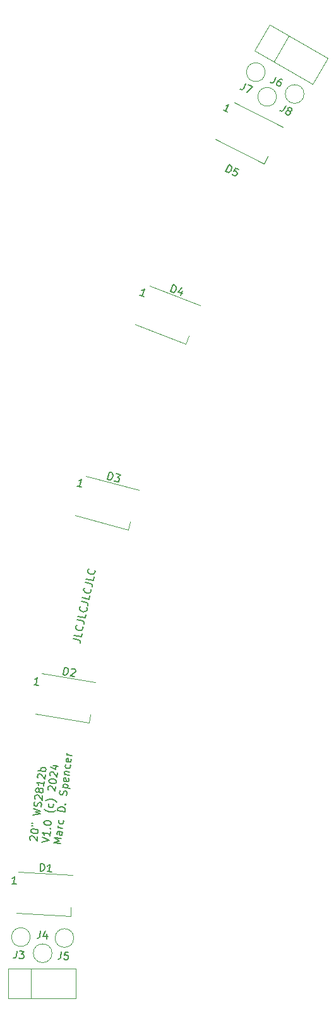
<source format=gbr>
%TF.GenerationSoftware,KiCad,Pcbnew,7.0.9*%
%TF.CreationDate,2023-12-31T20:51:38-05:00*%
%TF.ProjectId,RGB Clock,52474220-436c-46f6-936b-2e6b69636164,rev?*%
%TF.SameCoordinates,Original*%
%TF.FileFunction,Legend,Top*%
%TF.FilePolarity,Positive*%
%FSLAX46Y46*%
G04 Gerber Fmt 4.6, Leading zero omitted, Abs format (unit mm)*
G04 Created by KiCad (PCBNEW 7.0.9) date 2023-12-31 20:51:38*
%MOMM*%
%LPD*%
G01*
G04 APERTURE LIST*
%ADD10C,0.150000*%
%ADD11C,0.120000*%
G04 APERTURE END LIST*
D10*
X59983939Y-120060131D02*
X60682616Y-120208639D01*
X60682616Y-120208639D02*
X60812451Y-120284920D01*
X60812451Y-120284920D02*
X60885807Y-120397878D01*
X60885807Y-120397878D02*
X60902684Y-120547514D01*
X60902684Y-120547514D02*
X60882883Y-120640670D01*
X61160098Y-119336473D02*
X61061093Y-119802258D01*
X61061093Y-119802258D02*
X60082945Y-119594346D01*
X61255052Y-118431681D02*
X61291730Y-118488160D01*
X61291730Y-118488160D02*
X61308607Y-118637796D01*
X61308607Y-118637796D02*
X61288805Y-118730953D01*
X61288805Y-118730953D02*
X61212525Y-118860788D01*
X61212525Y-118860788D02*
X61099567Y-118934144D01*
X61099567Y-118934144D02*
X60996510Y-118960921D01*
X60996510Y-118960921D02*
X60800295Y-118967897D01*
X60800295Y-118967897D02*
X60660560Y-118938196D01*
X60660560Y-118938196D02*
X60484147Y-118852015D01*
X60484147Y-118852015D02*
X60400890Y-118785636D01*
X60400890Y-118785636D02*
X60327535Y-118672678D01*
X60327535Y-118672678D02*
X60310658Y-118523042D01*
X60310658Y-118523042D02*
X60330459Y-118429885D01*
X60330459Y-118429885D02*
X60406739Y-118300050D01*
X60406739Y-118300050D02*
X60463218Y-118263372D01*
X60518570Y-117544894D02*
X61217246Y-117693402D01*
X61217246Y-117693402D02*
X61347081Y-117769682D01*
X61347081Y-117769682D02*
X61420437Y-117882641D01*
X61420437Y-117882641D02*
X61437314Y-118032276D01*
X61437314Y-118032276D02*
X61417513Y-118125433D01*
X61694728Y-116821236D02*
X61595723Y-117287021D01*
X61595723Y-117287021D02*
X60617575Y-117079109D01*
X61789682Y-115916444D02*
X61826360Y-115972923D01*
X61826360Y-115972923D02*
X61843237Y-116122559D01*
X61843237Y-116122559D02*
X61823436Y-116215716D01*
X61823436Y-116215716D02*
X61747155Y-116345551D01*
X61747155Y-116345551D02*
X61634197Y-116418907D01*
X61634197Y-116418907D02*
X61531140Y-116445684D01*
X61531140Y-116445684D02*
X61334926Y-116452660D01*
X61334926Y-116452660D02*
X61195190Y-116422959D01*
X61195190Y-116422959D02*
X61018777Y-116336778D01*
X61018777Y-116336778D02*
X60935521Y-116270398D01*
X60935521Y-116270398D02*
X60862165Y-116157440D01*
X60862165Y-116157440D02*
X60845288Y-116007805D01*
X60845288Y-116007805D02*
X60865089Y-115914648D01*
X60865089Y-115914648D02*
X60941369Y-115784813D01*
X60941369Y-115784813D02*
X60997848Y-115748135D01*
X61053200Y-115029657D02*
X61751877Y-115178165D01*
X61751877Y-115178165D02*
X61881711Y-115254445D01*
X61881711Y-115254445D02*
X61955067Y-115367403D01*
X61955067Y-115367403D02*
X61971944Y-115517039D01*
X61971944Y-115517039D02*
X61952143Y-115610196D01*
X62229358Y-114305999D02*
X62130353Y-114771784D01*
X62130353Y-114771784D02*
X61152205Y-114563872D01*
X62324312Y-113401207D02*
X62360990Y-113457686D01*
X62360990Y-113457686D02*
X62377867Y-113607322D01*
X62377867Y-113607322D02*
X62358066Y-113700479D01*
X62358066Y-113700479D02*
X62281786Y-113830314D01*
X62281786Y-113830314D02*
X62168828Y-113903670D01*
X62168828Y-113903670D02*
X62065770Y-113930447D01*
X62065770Y-113930447D02*
X61869556Y-113937423D01*
X61869556Y-113937423D02*
X61729820Y-113907722D01*
X61729820Y-113907722D02*
X61553407Y-113821541D01*
X61553407Y-113821541D02*
X61470151Y-113755161D01*
X61470151Y-113755161D02*
X61396795Y-113642203D01*
X61396795Y-113642203D02*
X61379918Y-113492567D01*
X61379918Y-113492567D02*
X61399719Y-113399410D01*
X61399719Y-113399410D02*
X61475999Y-113269576D01*
X61475999Y-113269576D02*
X61532478Y-113232898D01*
X61587830Y-112514420D02*
X62286507Y-112662928D01*
X62286507Y-112662928D02*
X62416342Y-112739208D01*
X62416342Y-112739208D02*
X62489697Y-112852166D01*
X62489697Y-112852166D02*
X62506574Y-113001802D01*
X62506574Y-113001802D02*
X62486773Y-113094959D01*
X62763989Y-111790762D02*
X62664983Y-112256547D01*
X62664983Y-112256547D02*
X61686835Y-112048635D01*
X62858942Y-110885970D02*
X62895620Y-110942449D01*
X62895620Y-110942449D02*
X62912497Y-111092085D01*
X62912497Y-111092085D02*
X62892696Y-111185242D01*
X62892696Y-111185242D02*
X62816416Y-111315077D01*
X62816416Y-111315077D02*
X62703458Y-111388433D01*
X62703458Y-111388433D02*
X62600400Y-111415210D01*
X62600400Y-111415210D02*
X62404186Y-111422186D01*
X62404186Y-111422186D02*
X62264451Y-111392485D01*
X62264451Y-111392485D02*
X62088037Y-111306304D01*
X62088037Y-111306304D02*
X62004781Y-111239924D01*
X62004781Y-111239924D02*
X61931425Y-111126966D01*
X61931425Y-111126966D02*
X61914548Y-110977330D01*
X61914548Y-110977330D02*
X61934349Y-110884173D01*
X61934349Y-110884173D02*
X62010630Y-110754339D01*
X62010630Y-110754339D02*
X62067109Y-110717661D01*
X54232012Y-147022448D02*
X54190551Y-146969380D01*
X54190551Y-146969380D02*
X54154893Y-146869049D01*
X54154893Y-146869049D02*
X54183910Y-146632728D01*
X54183910Y-146632728D02*
X54242781Y-146544004D01*
X54242781Y-146544004D02*
X54295848Y-146502543D01*
X54295848Y-146502543D02*
X54396180Y-146466885D01*
X54396180Y-146466885D02*
X54490708Y-146478492D01*
X54490708Y-146478492D02*
X54626697Y-146543166D01*
X54626697Y-146543166D02*
X55124226Y-147179975D01*
X55124226Y-147179975D02*
X55199669Y-146565541D01*
X54282566Y-145829239D02*
X54294173Y-145734710D01*
X54294173Y-145734710D02*
X54353043Y-145645986D01*
X54353043Y-145645986D02*
X54406111Y-145604525D01*
X54406111Y-145604525D02*
X54506442Y-145568867D01*
X54506442Y-145568867D02*
X54701302Y-145544816D01*
X54701302Y-145544816D02*
X54937623Y-145573833D01*
X54937623Y-145573833D02*
X55120876Y-145644310D01*
X55120876Y-145644310D02*
X55209601Y-145703181D01*
X55209601Y-145703181D02*
X55251061Y-145756248D01*
X55251061Y-145756248D02*
X55286719Y-145856580D01*
X55286719Y-145856580D02*
X55275112Y-145951108D01*
X55275112Y-145951108D02*
X55216242Y-146039833D01*
X55216242Y-146039833D02*
X55163174Y-146081294D01*
X55163174Y-146081294D02*
X55062843Y-146116951D01*
X55062843Y-146116951D02*
X54867983Y-146141002D01*
X54867983Y-146141002D02*
X54631662Y-146111986D01*
X54631662Y-146111986D02*
X54448409Y-146041508D01*
X54448409Y-146041508D02*
X54359684Y-145982638D01*
X54359684Y-145982638D02*
X54318224Y-145929570D01*
X54318224Y-145929570D02*
X54282566Y-145829239D01*
X54369616Y-145120277D02*
X54558672Y-145143490D01*
X54416042Y-144742164D02*
X54605098Y-144765377D01*
X54549518Y-143655089D02*
X55571081Y-143540638D01*
X55571081Y-143540638D02*
X54885332Y-143264532D01*
X54885332Y-143264532D02*
X55617507Y-143162525D01*
X55617507Y-143162525D02*
X54653977Y-142804336D01*
X55639883Y-142589553D02*
X55704557Y-142453564D01*
X55704557Y-142453564D02*
X55733573Y-142217244D01*
X55733573Y-142217244D02*
X55697916Y-142116912D01*
X55697916Y-142116912D02*
X55656455Y-142063845D01*
X55656455Y-142063845D02*
X55567730Y-142004974D01*
X55567730Y-142004974D02*
X55473202Y-141993367D01*
X55473202Y-141993367D02*
X55372870Y-142029025D01*
X55372870Y-142029025D02*
X55319803Y-142070486D01*
X55319803Y-142070486D02*
X55260932Y-142159210D01*
X55260932Y-142159210D02*
X55190455Y-142342464D01*
X55190455Y-142342464D02*
X55131584Y-142431189D01*
X55131584Y-142431189D02*
X55078517Y-142472649D01*
X55078517Y-142472649D02*
X54978185Y-142508307D01*
X54978185Y-142508307D02*
X54883657Y-142496700D01*
X54883657Y-142496700D02*
X54794932Y-142437829D01*
X54794932Y-142437829D02*
X54753471Y-142384762D01*
X54753471Y-142384762D02*
X54717814Y-142284431D01*
X54717814Y-142284431D02*
X54746830Y-142048110D01*
X54746830Y-142048110D02*
X54811504Y-141912121D01*
X54905195Y-141539812D02*
X54863734Y-141486744D01*
X54863734Y-141486744D02*
X54828077Y-141386413D01*
X54828077Y-141386413D02*
X54857093Y-141150092D01*
X54857093Y-141150092D02*
X54915964Y-141061367D01*
X54915964Y-141061367D02*
X54969031Y-141019906D01*
X54969031Y-141019906D02*
X55069363Y-140984249D01*
X55069363Y-140984249D02*
X55163891Y-140995855D01*
X55163891Y-140995855D02*
X55299880Y-141060529D01*
X55299880Y-141060529D02*
X55797409Y-141697338D01*
X55797409Y-141697338D02*
X55872852Y-141082905D01*
X55375323Y-140446096D02*
X55316452Y-140534821D01*
X55316452Y-140534821D02*
X55263385Y-140576282D01*
X55263385Y-140576282D02*
X55163053Y-140611939D01*
X55163053Y-140611939D02*
X55115789Y-140606136D01*
X55115789Y-140606136D02*
X55027064Y-140547265D01*
X55027064Y-140547265D02*
X54985603Y-140494198D01*
X54985603Y-140494198D02*
X54949946Y-140393866D01*
X54949946Y-140393866D02*
X54973159Y-140204810D01*
X54973159Y-140204810D02*
X55032030Y-140116085D01*
X55032030Y-140116085D02*
X55085097Y-140074624D01*
X55085097Y-140074624D02*
X55185429Y-140038967D01*
X55185429Y-140038967D02*
X55232693Y-140044770D01*
X55232693Y-140044770D02*
X55321418Y-140103641D01*
X55321418Y-140103641D02*
X55362878Y-140156708D01*
X55362878Y-140156708D02*
X55398536Y-140257040D01*
X55398536Y-140257040D02*
X55375323Y-140446096D01*
X55375323Y-140446096D02*
X55410980Y-140546428D01*
X55410980Y-140546428D02*
X55452441Y-140599495D01*
X55452441Y-140599495D02*
X55541166Y-140658366D01*
X55541166Y-140658366D02*
X55730222Y-140681579D01*
X55730222Y-140681579D02*
X55830554Y-140645921D01*
X55830554Y-140645921D02*
X55883621Y-140604461D01*
X55883621Y-140604461D02*
X55942492Y-140515736D01*
X55942492Y-140515736D02*
X55965705Y-140326679D01*
X55965705Y-140326679D02*
X55930048Y-140226348D01*
X55930048Y-140226348D02*
X55888587Y-140173280D01*
X55888587Y-140173280D02*
X55799862Y-140114410D01*
X55799862Y-140114410D02*
X55610806Y-140091196D01*
X55610806Y-140091196D02*
X55510474Y-140126854D01*
X55510474Y-140126854D02*
X55457407Y-140168315D01*
X55457407Y-140168315D02*
X55398536Y-140257040D01*
X56104984Y-139192341D02*
X56035345Y-139759510D01*
X56070165Y-139475925D02*
X55077619Y-139354056D01*
X55077619Y-139354056D02*
X55207804Y-139465994D01*
X55207804Y-139465994D02*
X55290726Y-139572129D01*
X55290726Y-139572129D02*
X55326383Y-139672461D01*
X55253393Y-138703965D02*
X55211932Y-138650898D01*
X55211932Y-138650898D02*
X55176275Y-138550566D01*
X55176275Y-138550566D02*
X55205291Y-138314246D01*
X55205291Y-138314246D02*
X55264162Y-138225521D01*
X55264162Y-138225521D02*
X55317229Y-138184060D01*
X55317229Y-138184060D02*
X55417561Y-138148403D01*
X55417561Y-138148403D02*
X55512089Y-138160009D01*
X55512089Y-138160009D02*
X55648078Y-138224683D01*
X55648078Y-138224683D02*
X56145608Y-138861492D01*
X56145608Y-138861492D02*
X56221051Y-138247059D01*
X56273280Y-137821682D02*
X55280734Y-137699812D01*
X55658847Y-137746239D02*
X55623189Y-137645907D01*
X55623189Y-137645907D02*
X55646403Y-137456851D01*
X55646403Y-137456851D02*
X55705273Y-137368126D01*
X55705273Y-137368126D02*
X55758341Y-137326665D01*
X55758341Y-137326665D02*
X55858672Y-137291008D01*
X55858672Y-137291008D02*
X56142257Y-137325828D01*
X56142257Y-137325828D02*
X56230982Y-137384698D01*
X56230982Y-137384698D02*
X56272443Y-137437766D01*
X56272443Y-137437766D02*
X56308100Y-137538097D01*
X56308100Y-137538097D02*
X56284887Y-137727154D01*
X56284887Y-137727154D02*
X56226016Y-137815878D01*
X55723876Y-147301579D02*
X56757045Y-147092600D01*
X56757045Y-147092600D02*
X55805122Y-146639882D01*
X56902128Y-145910997D02*
X56832488Y-146478167D01*
X56867308Y-146194582D02*
X55874762Y-146072713D01*
X55874762Y-146072713D02*
X56004947Y-146184651D01*
X56004947Y-146184651D02*
X56087869Y-146290786D01*
X56087869Y-146290786D02*
X56123527Y-146391117D01*
X56859829Y-145474014D02*
X56912897Y-145432553D01*
X56912897Y-145432553D02*
X56954357Y-145485620D01*
X56954357Y-145485620D02*
X56901290Y-145527081D01*
X56901290Y-145527081D02*
X56859829Y-145474014D01*
X56859829Y-145474014D02*
X56954357Y-145485620D01*
X56043057Y-144702054D02*
X56054664Y-144607526D01*
X56054664Y-144607526D02*
X56113535Y-144518801D01*
X56113535Y-144518801D02*
X56166602Y-144477340D01*
X56166602Y-144477340D02*
X56266934Y-144441683D01*
X56266934Y-144441683D02*
X56461793Y-144417632D01*
X56461793Y-144417632D02*
X56698114Y-144446648D01*
X56698114Y-144446648D02*
X56881367Y-144517126D01*
X56881367Y-144517126D02*
X56970092Y-144575996D01*
X56970092Y-144575996D02*
X57011553Y-144629064D01*
X57011553Y-144629064D02*
X57047210Y-144729395D01*
X57047210Y-144729395D02*
X57035604Y-144823923D01*
X57035604Y-144823923D02*
X56976733Y-144912648D01*
X56976733Y-144912648D02*
X56923666Y-144954109D01*
X56923666Y-144954109D02*
X56823334Y-144989767D01*
X56823334Y-144989767D02*
X56628474Y-145013818D01*
X56628474Y-145013818D02*
X56392154Y-144984801D01*
X56392154Y-144984801D02*
X56208901Y-144914324D01*
X56208901Y-144914324D02*
X56120176Y-144855453D01*
X56120176Y-144855453D02*
X56078715Y-144802386D01*
X56078715Y-144802386D02*
X56043057Y-144702054D01*
X57634242Y-143074314D02*
X57581175Y-143115774D01*
X57581175Y-143115774D02*
X57427776Y-143192893D01*
X57427776Y-143192893D02*
X57327444Y-143228550D01*
X57327444Y-143228550D02*
X57179849Y-143258404D01*
X57179849Y-143258404D02*
X56937725Y-143276652D01*
X56937725Y-143276652D02*
X56748668Y-143253439D01*
X56748668Y-143253439D02*
X56518151Y-143177158D01*
X56518151Y-143177158D02*
X56382162Y-143112484D01*
X56382162Y-143112484D02*
X56293437Y-143053614D01*
X56293437Y-143053614D02*
X56163251Y-142941675D01*
X56163251Y-142941675D02*
X56121791Y-142888608D01*
X57307521Y-142218594D02*
X57343179Y-142318925D01*
X57343179Y-142318925D02*
X57319966Y-142507982D01*
X57319966Y-142507982D02*
X57261095Y-142596707D01*
X57261095Y-142596707D02*
X57208027Y-142638168D01*
X57208027Y-142638168D02*
X57107696Y-142673825D01*
X57107696Y-142673825D02*
X56824111Y-142639005D01*
X56824111Y-142639005D02*
X56735386Y-142580134D01*
X56735386Y-142580134D02*
X56693926Y-142527067D01*
X56693926Y-142527067D02*
X56658268Y-142426736D01*
X56658268Y-142426736D02*
X56681481Y-142237679D01*
X56681481Y-142237679D02*
X56740352Y-142148954D01*
X57773521Y-141939975D02*
X57732060Y-141886907D01*
X57732060Y-141886907D02*
X57601875Y-141774969D01*
X57601875Y-141774969D02*
X57513150Y-141716099D01*
X57513150Y-141716099D02*
X57377161Y-141651425D01*
X57377161Y-141651425D02*
X57146644Y-141575144D01*
X57146644Y-141575144D02*
X56957587Y-141551931D01*
X56957587Y-141551931D02*
X56715463Y-141570178D01*
X56715463Y-141570178D02*
X56567868Y-141600032D01*
X56567868Y-141600032D02*
X56467536Y-141635690D01*
X56467536Y-141635690D02*
X56314137Y-141712808D01*
X56314137Y-141712808D02*
X56261070Y-141754269D01*
X56677293Y-140318098D02*
X56635832Y-140265030D01*
X56635832Y-140265030D02*
X56600175Y-140164699D01*
X56600175Y-140164699D02*
X56629191Y-139928378D01*
X56629191Y-139928378D02*
X56688062Y-139839654D01*
X56688062Y-139839654D02*
X56741129Y-139798193D01*
X56741129Y-139798193D02*
X56841461Y-139762535D01*
X56841461Y-139762535D02*
X56935989Y-139774142D01*
X56935989Y-139774142D02*
X57071978Y-139838816D01*
X57071978Y-139838816D02*
X57569508Y-140475625D01*
X57569508Y-140475625D02*
X57644951Y-139861191D01*
X56727847Y-139124889D02*
X56739454Y-139030360D01*
X56739454Y-139030360D02*
X56798325Y-138941636D01*
X56798325Y-138941636D02*
X56851392Y-138900175D01*
X56851392Y-138900175D02*
X56951724Y-138864517D01*
X56951724Y-138864517D02*
X57146583Y-138840466D01*
X57146583Y-138840466D02*
X57382904Y-138869483D01*
X57382904Y-138869483D02*
X57566157Y-138939960D01*
X57566157Y-138939960D02*
X57654882Y-138998831D01*
X57654882Y-138998831D02*
X57696343Y-139051898D01*
X57696343Y-139051898D02*
X57732000Y-139152230D01*
X57732000Y-139152230D02*
X57720393Y-139246758D01*
X57720393Y-139246758D02*
X57661523Y-139335483D01*
X57661523Y-139335483D02*
X57608455Y-139376944D01*
X57608455Y-139376944D02*
X57508124Y-139412601D01*
X57508124Y-139412601D02*
X57313264Y-139436652D01*
X57313264Y-139436652D02*
X57076944Y-139407636D01*
X57076944Y-139407636D02*
X56893690Y-139337158D01*
X56893690Y-139337158D02*
X56804966Y-139278288D01*
X56804966Y-139278288D02*
X56763505Y-139225220D01*
X56763505Y-139225220D02*
X56727847Y-139124889D01*
X56909425Y-138427534D02*
X56867964Y-138374466D01*
X56867964Y-138374466D02*
X56832307Y-138274135D01*
X56832307Y-138274135D02*
X56861323Y-138037814D01*
X56861323Y-138037814D02*
X56920194Y-137949089D01*
X56920194Y-137949089D02*
X56973261Y-137907629D01*
X56973261Y-137907629D02*
X57073593Y-137871971D01*
X57073593Y-137871971D02*
X57168121Y-137883578D01*
X57168121Y-137883578D02*
X57304110Y-137948252D01*
X57304110Y-137948252D02*
X57801640Y-138585061D01*
X57801640Y-138585061D02*
X57877083Y-137970627D01*
X57319845Y-137038627D02*
X57981542Y-137119873D01*
X56912715Y-137228521D02*
X57592660Y-137551891D01*
X57592660Y-137551891D02*
X57668103Y-136937458D01*
X58331831Y-147477866D02*
X57339285Y-147355997D01*
X57339285Y-147355997D02*
X58088869Y-147112198D01*
X58088869Y-147112198D02*
X57420531Y-146694300D01*
X57420531Y-146694300D02*
X58413077Y-146816169D01*
X58523340Y-145918151D02*
X58003435Y-145854315D01*
X58003435Y-145854315D02*
X57903103Y-145889972D01*
X57903103Y-145889972D02*
X57844233Y-145978697D01*
X57844233Y-145978697D02*
X57821019Y-146167754D01*
X57821019Y-146167754D02*
X57856677Y-146268085D01*
X58476076Y-145912348D02*
X58511733Y-146012679D01*
X58511733Y-146012679D02*
X58482717Y-146249000D01*
X58482717Y-146249000D02*
X58423846Y-146337725D01*
X58423846Y-146337725D02*
X58323515Y-146373382D01*
X58323515Y-146373382D02*
X58228986Y-146361776D01*
X58228986Y-146361776D02*
X58140261Y-146302905D01*
X58140261Y-146302905D02*
X58104604Y-146202574D01*
X58104604Y-146202574D02*
X58133620Y-145966253D01*
X58133620Y-145966253D02*
X58097963Y-145865922D01*
X58581373Y-145445510D02*
X57919676Y-145364264D01*
X58108732Y-145387477D02*
X58020007Y-145328606D01*
X58020007Y-145328606D02*
X57978546Y-145275539D01*
X57978546Y-145275539D02*
X57942889Y-145175207D01*
X57942889Y-145175207D02*
X57954495Y-145080679D01*
X58661782Y-144399896D02*
X58697439Y-144500228D01*
X58697439Y-144500228D02*
X58674226Y-144689284D01*
X58674226Y-144689284D02*
X58615355Y-144778009D01*
X58615355Y-144778009D02*
X58562288Y-144819470D01*
X58562288Y-144819470D02*
X58461956Y-144855127D01*
X58461956Y-144855127D02*
X58178372Y-144820308D01*
X58178372Y-144820308D02*
X58089647Y-144761437D01*
X58089647Y-144761437D02*
X58048186Y-144708369D01*
X58048186Y-144708369D02*
X58012528Y-144608038D01*
X58012528Y-144608038D02*
X58035742Y-144418981D01*
X58035742Y-144418981D02*
X58094612Y-144330257D01*
X58854128Y-143224097D02*
X57861582Y-143102227D01*
X57861582Y-143102227D02*
X57890599Y-142865907D01*
X57890599Y-142865907D02*
X57955273Y-142729918D01*
X57955273Y-142729918D02*
X58061407Y-142646996D01*
X58061407Y-142646996D02*
X58161739Y-142611339D01*
X58161739Y-142611339D02*
X58356599Y-142587288D01*
X58356599Y-142587288D02*
X58498391Y-142604698D01*
X58498391Y-142604698D02*
X58681644Y-142675175D01*
X58681644Y-142675175D02*
X58770369Y-142734046D01*
X58770369Y-142734046D02*
X58853291Y-142840180D01*
X58853291Y-142840180D02*
X58883145Y-142987776D01*
X58883145Y-142987776D02*
X58854128Y-143224097D01*
X58881469Y-142219944D02*
X58934537Y-142178483D01*
X58934537Y-142178483D02*
X58975998Y-142231550D01*
X58975998Y-142231550D02*
X58922930Y-142273011D01*
X58922930Y-142273011D02*
X58881469Y-142219944D01*
X58881469Y-142219944D02*
X58975998Y-142231550D01*
X59073816Y-141044145D02*
X59138490Y-140908156D01*
X59138490Y-140908156D02*
X59167507Y-140671835D01*
X59167507Y-140671835D02*
X59131849Y-140571504D01*
X59131849Y-140571504D02*
X59090388Y-140518436D01*
X59090388Y-140518436D02*
X59001663Y-140459566D01*
X59001663Y-140459566D02*
X58907135Y-140447959D01*
X58907135Y-140447959D02*
X58806804Y-140483617D01*
X58806804Y-140483617D02*
X58753736Y-140525077D01*
X58753736Y-140525077D02*
X58694865Y-140613802D01*
X58694865Y-140613802D02*
X58624388Y-140797055D01*
X58624388Y-140797055D02*
X58565517Y-140885780D01*
X58565517Y-140885780D02*
X58512450Y-140927241D01*
X58512450Y-140927241D02*
X58412119Y-140962899D01*
X58412119Y-140962899D02*
X58317590Y-140951292D01*
X58317590Y-140951292D02*
X58228865Y-140892421D01*
X58228865Y-140892421D02*
X58187405Y-140839354D01*
X58187405Y-140839354D02*
X58151747Y-140739022D01*
X58151747Y-140739022D02*
X58180764Y-140502702D01*
X58180764Y-140502702D02*
X58245438Y-140366713D01*
X58581252Y-139976156D02*
X59573798Y-140098025D01*
X58628516Y-139981959D02*
X58592859Y-139881627D01*
X58592859Y-139881627D02*
X58616072Y-139692571D01*
X58616072Y-139692571D02*
X58674943Y-139603846D01*
X58674943Y-139603846D02*
X58728010Y-139562385D01*
X58728010Y-139562385D02*
X58828341Y-139526728D01*
X58828341Y-139526728D02*
X59111926Y-139561548D01*
X59111926Y-139561548D02*
X59200651Y-139620418D01*
X59200651Y-139620418D02*
X59242112Y-139673486D01*
X59242112Y-139673486D02*
X59277769Y-139773817D01*
X59277769Y-139773817D02*
X59254556Y-139962874D01*
X59254556Y-139962874D02*
X59195685Y-140051599D01*
X59352375Y-138775468D02*
X59388032Y-138875799D01*
X59388032Y-138875799D02*
X59364819Y-139064856D01*
X59364819Y-139064856D02*
X59305948Y-139153581D01*
X59305948Y-139153581D02*
X59205617Y-139189238D01*
X59205617Y-139189238D02*
X58827504Y-139142812D01*
X58827504Y-139142812D02*
X58738779Y-139083941D01*
X58738779Y-139083941D02*
X58703121Y-138983609D01*
X58703121Y-138983609D02*
X58726335Y-138794553D01*
X58726335Y-138794553D02*
X58785205Y-138705828D01*
X58785205Y-138705828D02*
X58885537Y-138670171D01*
X58885537Y-138670171D02*
X58980065Y-138681777D01*
X58980065Y-138681777D02*
X59016560Y-139166025D01*
X58795974Y-138227384D02*
X59457672Y-138308630D01*
X58890502Y-138238990D02*
X58849042Y-138185923D01*
X58849042Y-138185923D02*
X58813384Y-138085591D01*
X58813384Y-138085591D02*
X58830794Y-137943799D01*
X58830794Y-137943799D02*
X58889665Y-137855074D01*
X58889665Y-137855074D02*
X58989996Y-137819417D01*
X58989996Y-137819417D02*
X59509901Y-137883253D01*
X59572900Y-136979432D02*
X59608558Y-137079763D01*
X59608558Y-137079763D02*
X59585344Y-137268820D01*
X59585344Y-137268820D02*
X59526474Y-137357544D01*
X59526474Y-137357544D02*
X59473406Y-137399005D01*
X59473406Y-137399005D02*
X59373075Y-137434663D01*
X59373075Y-137434663D02*
X59089490Y-137399843D01*
X59089490Y-137399843D02*
X59000765Y-137340972D01*
X59000765Y-137340972D02*
X58959304Y-137287905D01*
X58959304Y-137287905D02*
X58923647Y-137187573D01*
X58923647Y-137187573D02*
X58946860Y-136998517D01*
X58946860Y-136998517D02*
X59005731Y-136909792D01*
X59671556Y-136175942D02*
X59707214Y-136276273D01*
X59707214Y-136276273D02*
X59684000Y-136465330D01*
X59684000Y-136465330D02*
X59625130Y-136554055D01*
X59625130Y-136554055D02*
X59524798Y-136589712D01*
X59524798Y-136589712D02*
X59146685Y-136543286D01*
X59146685Y-136543286D02*
X59057961Y-136484415D01*
X59057961Y-136484415D02*
X59022303Y-136384083D01*
X59022303Y-136384083D02*
X59045516Y-136195027D01*
X59045516Y-136195027D02*
X59104387Y-136106302D01*
X59104387Y-136106302D02*
X59204718Y-136070645D01*
X59204718Y-136070645D02*
X59299247Y-136082251D01*
X59299247Y-136082251D02*
X59335742Y-136566499D01*
X59776853Y-135709104D02*
X59115156Y-135627858D01*
X59304212Y-135651071D02*
X59215487Y-135592200D01*
X59215487Y-135592200D02*
X59174027Y-135539133D01*
X59174027Y-135539133D02*
X59138369Y-135438801D01*
X59138369Y-135438801D02*
X59149976Y-135344273D01*
X73046224Y-73600569D02*
X73404592Y-72666989D01*
X73404592Y-72666989D02*
X73626873Y-72752314D01*
X73626873Y-72752314D02*
X73743177Y-72847966D01*
X73743177Y-72847966D02*
X73797959Y-72971009D01*
X73797959Y-72971009D02*
X73808285Y-73076986D01*
X73808285Y-73076986D02*
X73784480Y-73271876D01*
X73784480Y-73271876D02*
X73733285Y-73405245D01*
X73733285Y-73405245D02*
X73620568Y-73566005D01*
X73620568Y-73566005D02*
X73541982Y-73637852D01*
X73541982Y-73637852D02*
X73418939Y-73692634D01*
X73418939Y-73692634D02*
X73268505Y-73685895D01*
X73268505Y-73685895D02*
X73046224Y-73600569D01*
X74618822Y-73490136D02*
X74379910Y-74112523D01*
X74533062Y-73049161D02*
X74054804Y-73630678D01*
X74054804Y-73630678D02*
X74632735Y-73852525D01*
X69446775Y-74254045D02*
X68913300Y-74049263D01*
X69180037Y-74151654D02*
X69538405Y-73218073D01*
X69538405Y-73218073D02*
X69398297Y-73317312D01*
X69398297Y-73317312D02*
X69275255Y-73372094D01*
X69275255Y-73372094D02*
X69169277Y-73382420D01*
X55549286Y-151175563D02*
X55601622Y-150176934D01*
X55601622Y-150176934D02*
X55839391Y-150189395D01*
X55839391Y-150189395D02*
X55979560Y-150244425D01*
X55979560Y-150244425D02*
X56069683Y-150344517D01*
X56069683Y-150344517D02*
X56112253Y-150442117D01*
X56112253Y-150442117D02*
X56149838Y-150634824D01*
X56149838Y-150634824D02*
X56142361Y-150777486D01*
X56142361Y-150777486D02*
X56084838Y-150965208D01*
X56084838Y-150965208D02*
X56032300Y-151057824D01*
X56032300Y-151057824D02*
X55932208Y-151147947D01*
X55932208Y-151147947D02*
X55787055Y-151188024D01*
X55787055Y-151188024D02*
X55549286Y-151175563D01*
X57071007Y-151255313D02*
X56500362Y-151225407D01*
X56785684Y-151240360D02*
X56838020Y-150241731D01*
X56838020Y-150241731D02*
X56735436Y-150379408D01*
X56735436Y-150379408D02*
X56635344Y-150469531D01*
X56635344Y-150469531D02*
X56537744Y-150512100D01*
X52327941Y-152909347D02*
X51757296Y-152879441D01*
X52042619Y-152894394D02*
X52094955Y-151895765D01*
X52094955Y-151895765D02*
X51992370Y-152033442D01*
X51992370Y-152033442D02*
X51892278Y-152123565D01*
X51892278Y-152123565D02*
X51794679Y-152166134D01*
X55590468Y-159196346D02*
X55534426Y-159908430D01*
X55534426Y-159908430D02*
X55475745Y-160047111D01*
X55475745Y-160047111D02*
X55373328Y-160134583D01*
X55373328Y-160134583D02*
X55227175Y-160170847D01*
X55227175Y-160170847D02*
X55132231Y-160163374D01*
X56466288Y-159599639D02*
X56413982Y-160264250D01*
X56258816Y-159201180D02*
X55965412Y-159894583D01*
X55965412Y-159894583D02*
X56582552Y-159943153D01*
X58384468Y-161990346D02*
X58328426Y-162702430D01*
X58328426Y-162702430D02*
X58269745Y-162841111D01*
X58269745Y-162841111D02*
X58167328Y-162928583D01*
X58167328Y-162928583D02*
X58021175Y-162964847D01*
X58021175Y-162964847D02*
X57926231Y-162957374D01*
X59333913Y-162065069D02*
X58859191Y-162027708D01*
X58859191Y-162027708D02*
X58774357Y-162498694D01*
X58774357Y-162498694D02*
X58825565Y-162454958D01*
X58825565Y-162454958D02*
X58924246Y-162414958D01*
X58924246Y-162414958D02*
X59161607Y-162433639D01*
X59161607Y-162433639D02*
X59252816Y-162488583D01*
X59252816Y-162488583D02*
X59296552Y-162539792D01*
X59296552Y-162539792D02*
X59336552Y-162638472D01*
X59336552Y-162638472D02*
X59317871Y-162875834D01*
X59317871Y-162875834D02*
X59262927Y-162967042D01*
X59262927Y-162967042D02*
X59211718Y-163010778D01*
X59211718Y-163010778D02*
X59113037Y-163050778D01*
X59113037Y-163050778D02*
X58875676Y-163032097D01*
X58875676Y-163032097D02*
X58784468Y-162977153D01*
X58784468Y-162977153D02*
X58740732Y-162925944D01*
X58675364Y-124892847D02*
X58831798Y-123905158D01*
X58831798Y-123905158D02*
X59066962Y-123942404D01*
X59066962Y-123942404D02*
X59200611Y-124011785D01*
X59200611Y-124011785D02*
X59279778Y-124120749D01*
X59279778Y-124120749D02*
X59311912Y-124222264D01*
X59311912Y-124222264D02*
X59329148Y-124417844D01*
X59329148Y-124417844D02*
X59306800Y-124558943D01*
X59306800Y-124558943D02*
X59229970Y-124739624D01*
X59229970Y-124739624D02*
X59168039Y-124826241D01*
X59168039Y-124826241D02*
X59059075Y-124905408D01*
X59059075Y-124905408D02*
X58910527Y-124930093D01*
X58910527Y-124930093D02*
X58675364Y-124892847D01*
X59757555Y-124148209D02*
X59812037Y-124108625D01*
X59812037Y-124108625D02*
X59913552Y-124076491D01*
X59913552Y-124076491D02*
X60148716Y-124113737D01*
X60148716Y-124113737D02*
X60235332Y-124175669D01*
X60235332Y-124175669D02*
X60274916Y-124230151D01*
X60274916Y-124230151D02*
X60307050Y-124331666D01*
X60307050Y-124331666D02*
X60292151Y-124425731D01*
X60292151Y-124425731D02*
X60222771Y-124559380D01*
X60222771Y-124559380D02*
X59568986Y-125034382D01*
X59568986Y-125034382D02*
X60180412Y-125131223D01*
X55290436Y-126280411D02*
X54726043Y-126191019D01*
X55008240Y-126235715D02*
X55164674Y-125248027D01*
X55164674Y-125248027D02*
X55048261Y-125374227D01*
X55048261Y-125374227D02*
X54939297Y-125453394D01*
X54939297Y-125453394D02*
X54837782Y-125485528D01*
X80415869Y-57474158D02*
X80869859Y-56583152D01*
X80869859Y-56583152D02*
X81082004Y-56691245D01*
X81082004Y-56691245D02*
X81187672Y-56798529D01*
X81187672Y-56798529D02*
X81229292Y-56926624D01*
X81229292Y-56926624D02*
X81228484Y-57033101D01*
X81228484Y-57033101D02*
X81184438Y-57224435D01*
X81184438Y-57224435D02*
X81119583Y-57351721D01*
X81119583Y-57351721D02*
X80990679Y-57499818D01*
X80990679Y-57499818D02*
X80905013Y-57563058D01*
X80905013Y-57563058D02*
X80776918Y-57604678D01*
X80776918Y-57604678D02*
X80628013Y-57582251D01*
X80628013Y-57582251D02*
X80415869Y-57474158D01*
X82185155Y-57253328D02*
X81760866Y-57037142D01*
X81760866Y-57037142D02*
X81502251Y-57439812D01*
X81502251Y-57439812D02*
X81566298Y-57419002D01*
X81566298Y-57419002D02*
X81672775Y-57419810D01*
X81672775Y-57419810D02*
X81884919Y-57527903D01*
X81884919Y-57527903D02*
X81948158Y-57613570D01*
X81948158Y-57613570D02*
X81968969Y-57677617D01*
X81968969Y-57677617D02*
X81968160Y-57784093D01*
X81968160Y-57784093D02*
X81860067Y-57996238D01*
X81860067Y-57996238D02*
X81774401Y-58059477D01*
X81774401Y-58059477D02*
X81710354Y-58080287D01*
X81710354Y-58080287D02*
X81603877Y-58079479D01*
X81603877Y-58079479D02*
X81391733Y-57971386D01*
X81391733Y-57971386D02*
X81328494Y-57885720D01*
X81328494Y-57885720D02*
X81307684Y-57821672D01*
X80642798Y-49549287D02*
X80133651Y-49289864D01*
X80388224Y-49419575D02*
X80842215Y-48528569D01*
X80842215Y-48528569D02*
X80692501Y-48612618D01*
X80692501Y-48612618D02*
X80564406Y-48654239D01*
X80564406Y-48654239D02*
X80457930Y-48653431D01*
X88480630Y-48638143D02*
X88145294Y-49268820D01*
X88145294Y-49268820D02*
X88036181Y-49372599D01*
X88036181Y-49372599D02*
X87907379Y-49411978D01*
X87907379Y-49411978D02*
X87758888Y-49386956D01*
X87758888Y-49386956D02*
X87674798Y-49342244D01*
X88826015Y-49307174D02*
X88764281Y-49220417D01*
X88764281Y-49220417D02*
X88744591Y-49156017D01*
X88744591Y-49156017D02*
X88747258Y-49049571D01*
X88747258Y-49049571D02*
X88769614Y-49007525D01*
X88769614Y-49007525D02*
X88856370Y-48945791D01*
X88856370Y-48945791D02*
X88920771Y-48926102D01*
X88920771Y-48926102D02*
X89027217Y-48928768D01*
X89027217Y-48928768D02*
X89195398Y-49018191D01*
X89195398Y-49018191D02*
X89257132Y-49104948D01*
X89257132Y-49104948D02*
X89276822Y-49169349D01*
X89276822Y-49169349D02*
X89274155Y-49275795D01*
X89274155Y-49275795D02*
X89251799Y-49317840D01*
X89251799Y-49317840D02*
X89165043Y-49379574D01*
X89165043Y-49379574D02*
X89100642Y-49399264D01*
X89100642Y-49399264D02*
X88994196Y-49396597D01*
X88994196Y-49396597D02*
X88826015Y-49307174D01*
X88826015Y-49307174D02*
X88719569Y-49304508D01*
X88719569Y-49304508D02*
X88655168Y-49324197D01*
X88655168Y-49324197D02*
X88568412Y-49385932D01*
X88568412Y-49385932D02*
X88478988Y-49554112D01*
X88478988Y-49554112D02*
X88476322Y-49660558D01*
X88476322Y-49660558D02*
X88496011Y-49724959D01*
X88496011Y-49724959D02*
X88557746Y-49811716D01*
X88557746Y-49811716D02*
X88725926Y-49901139D01*
X88725926Y-49901139D02*
X88832372Y-49903805D01*
X88832372Y-49903805D02*
X88896773Y-49884116D01*
X88896773Y-49884116D02*
X88983530Y-49822381D01*
X88983530Y-49822381D02*
X89072953Y-49654201D01*
X89072953Y-49654201D02*
X89075619Y-49547755D01*
X89075619Y-49547755D02*
X89055930Y-49483354D01*
X89055930Y-49483354D02*
X88994196Y-49396597D01*
X87177301Y-44831025D02*
X86875431Y-45478388D01*
X86875431Y-45478388D02*
X86771899Y-45587736D01*
X86771899Y-45587736D02*
X86645335Y-45633801D01*
X86645335Y-45633801D02*
X86495738Y-45616585D01*
X86495738Y-45616585D02*
X86409423Y-45576335D01*
X87997294Y-45213394D02*
X87824664Y-45132895D01*
X87824664Y-45132895D02*
X87718224Y-45135803D01*
X87718224Y-45135803D02*
X87654942Y-45158836D01*
X87654942Y-45158836D02*
X87508253Y-45248059D01*
X87508253Y-45248059D02*
X87384597Y-45400565D01*
X87384597Y-45400565D02*
X87223599Y-45745825D01*
X87223599Y-45745825D02*
X87226508Y-45852265D01*
X87226508Y-45852265D02*
X87249540Y-45915547D01*
X87249540Y-45915547D02*
X87315731Y-45998954D01*
X87315731Y-45998954D02*
X87488361Y-46079452D01*
X87488361Y-46079452D02*
X87594801Y-46076544D01*
X87594801Y-46076544D02*
X87658083Y-46053511D01*
X87658083Y-46053511D02*
X87741490Y-45987321D01*
X87741490Y-45987321D02*
X87842113Y-45771533D01*
X87842113Y-45771533D02*
X87839205Y-45665094D01*
X87839205Y-45665094D02*
X87816172Y-45601812D01*
X87816172Y-45601812D02*
X87749982Y-45518405D01*
X87749982Y-45518405D02*
X87577352Y-45437906D01*
X87577352Y-45437906D02*
X87470912Y-45440814D01*
X87470912Y-45440814D02*
X87407630Y-45463847D01*
X87407630Y-45463847D02*
X87324223Y-45530037D01*
X83113300Y-45720025D02*
X82811430Y-46367388D01*
X82811430Y-46367388D02*
X82707898Y-46476736D01*
X82707898Y-46476736D02*
X82581334Y-46522801D01*
X82581334Y-46522801D02*
X82431737Y-46505585D01*
X82431737Y-46505585D02*
X82345422Y-46465335D01*
X83458561Y-45881022D02*
X84062766Y-46162768D01*
X84062766Y-46162768D02*
X83251730Y-46887954D01*
X64591206Y-98721548D02*
X64850025Y-97755622D01*
X64850025Y-97755622D02*
X65080007Y-97817246D01*
X65080007Y-97817246D02*
X65205672Y-97900216D01*
X65205672Y-97900216D02*
X65273015Y-98016859D01*
X65273015Y-98016859D02*
X65294362Y-98121176D01*
X65294362Y-98121176D02*
X65291060Y-98317487D01*
X65291060Y-98317487D02*
X65254086Y-98455476D01*
X65254086Y-98455476D02*
X65158791Y-98627138D01*
X65158791Y-98627138D02*
X65088145Y-98706806D01*
X65088145Y-98706806D02*
X64971502Y-98774149D01*
X64971502Y-98774149D02*
X64821188Y-98783172D01*
X64821188Y-98783172D02*
X64591206Y-98721548D01*
X65723958Y-97989792D02*
X66321912Y-98150013D01*
X66321912Y-98150013D02*
X65901339Y-98431712D01*
X65901339Y-98431712D02*
X66039328Y-98468686D01*
X66039328Y-98468686D02*
X66118997Y-98539332D01*
X66118997Y-98539332D02*
X66152668Y-98597653D01*
X66152668Y-98597653D02*
X66174015Y-98701971D01*
X66174015Y-98701971D02*
X66112392Y-98931953D01*
X66112392Y-98931953D02*
X66041746Y-99011621D01*
X66041746Y-99011621D02*
X65983425Y-99045293D01*
X65983425Y-99045293D02*
X65879107Y-99066640D01*
X65879107Y-99066640D02*
X65603128Y-98992692D01*
X65603128Y-98992692D02*
X65523460Y-98922046D01*
X65523460Y-98922046D02*
X65489788Y-98863725D01*
X61079781Y-99747689D02*
X60527823Y-99599793D01*
X60803802Y-99673741D02*
X61062621Y-98707815D01*
X61062621Y-98707815D02*
X60933654Y-98821155D01*
X60933654Y-98821155D02*
X60817012Y-98888499D01*
X60817012Y-98888499D02*
X60712694Y-98909846D01*
X52415468Y-161863346D02*
X52359426Y-162575430D01*
X52359426Y-162575430D02*
X52300745Y-162714111D01*
X52300745Y-162714111D02*
X52198328Y-162801583D01*
X52198328Y-162801583D02*
X52052175Y-162837847D01*
X52052175Y-162837847D02*
X51957231Y-162830374D01*
X52795246Y-161893235D02*
X53412386Y-161941805D01*
X53412386Y-161941805D02*
X53050191Y-162295430D01*
X53050191Y-162295430D02*
X53192607Y-162306639D01*
X53192607Y-162306639D02*
X53283816Y-162361583D01*
X53283816Y-162361583D02*
X53327552Y-162412792D01*
X53327552Y-162412792D02*
X53367552Y-162511472D01*
X53367552Y-162511472D02*
X53348871Y-162748834D01*
X53348871Y-162748834D02*
X53293927Y-162840042D01*
X53293927Y-162840042D02*
X53242718Y-162883778D01*
X53242718Y-162883778D02*
X53144037Y-162923778D01*
X53144037Y-162923778D02*
X52859204Y-162901361D01*
X52859204Y-162901361D02*
X52767996Y-162846417D01*
X52767996Y-162846417D02*
X52724259Y-162795208D01*
D11*
%TO.C,D4*%
X70221943Y-72832611D02*
X77037080Y-75448697D01*
X68250920Y-77967303D02*
X75066057Y-80583389D01*
X75066057Y-80583389D02*
X75478180Y-79509772D01*
%TO.C,D1*%
X52625923Y-151317943D02*
X59915919Y-151699995D01*
X52338075Y-156810405D02*
X59628071Y-157192457D01*
X59628071Y-157192457D02*
X59688257Y-156044033D01*
%TO.C,J4*%
X57131000Y-162179000D02*
G75*
G03*
X57131000Y-162179000I-1251000J0D01*
G01*
%TO.C,J5*%
X60052000Y-160147000D02*
G75*
G03*
X60052000Y-160147000I-1251000J0D01*
G01*
%TO.C,D2*%
X55753132Y-124728871D02*
X62963257Y-125870843D01*
X54892743Y-130161157D02*
X62102868Y-131303129D01*
X62102868Y-131303129D02*
X62282767Y-130167287D01*
%TO.C,D5*%
X81562300Y-48216667D02*
X88066648Y-51530797D01*
X79065352Y-53117203D02*
X85569700Y-56431333D01*
X85569700Y-56431333D02*
X86091789Y-55406676D01*
%TO.C,J8*%
X90913000Y-47117000D02*
G75*
G03*
X90913000Y-47117000I-1251000J0D01*
G01*
%TO.C,J6*%
X87230000Y-47498000D02*
G75*
G03*
X87230000Y-47498000I-1251000J0D01*
G01*
%TO.C,J7*%
X85706000Y-44196000D02*
G75*
G03*
X85706000Y-44196000I-1251000J0D01*
G01*
%TO.C,J2*%
X86302886Y-37817949D02*
X94097114Y-42317949D01*
X84302886Y-41282051D02*
X86302886Y-37817949D01*
X88900962Y-39317949D02*
X86900962Y-42782051D01*
X94097114Y-42317949D02*
X92097114Y-45782051D01*
X92097114Y-45782051D02*
X84302886Y-41282051D01*
%TO.C,J1*%
X51300000Y-164200000D02*
X60300000Y-164200000D01*
X51300000Y-168200000D02*
X51300000Y-164200000D01*
X54300000Y-164200000D02*
X54300000Y-168200000D01*
X60300000Y-164200000D02*
X60300000Y-168200000D01*
X60300000Y-168200000D02*
X51300000Y-168200000D01*
%TO.C,D3*%
X61702123Y-98253014D02*
X68753382Y-100142393D01*
X60278618Y-103565607D02*
X67329877Y-105454986D01*
X67329877Y-105454986D02*
X67627519Y-104344171D01*
%TO.C,J3*%
X54210000Y-160020000D02*
G75*
G03*
X54210000Y-160020000I-1251000J0D01*
G01*
%TD*%
M02*

</source>
